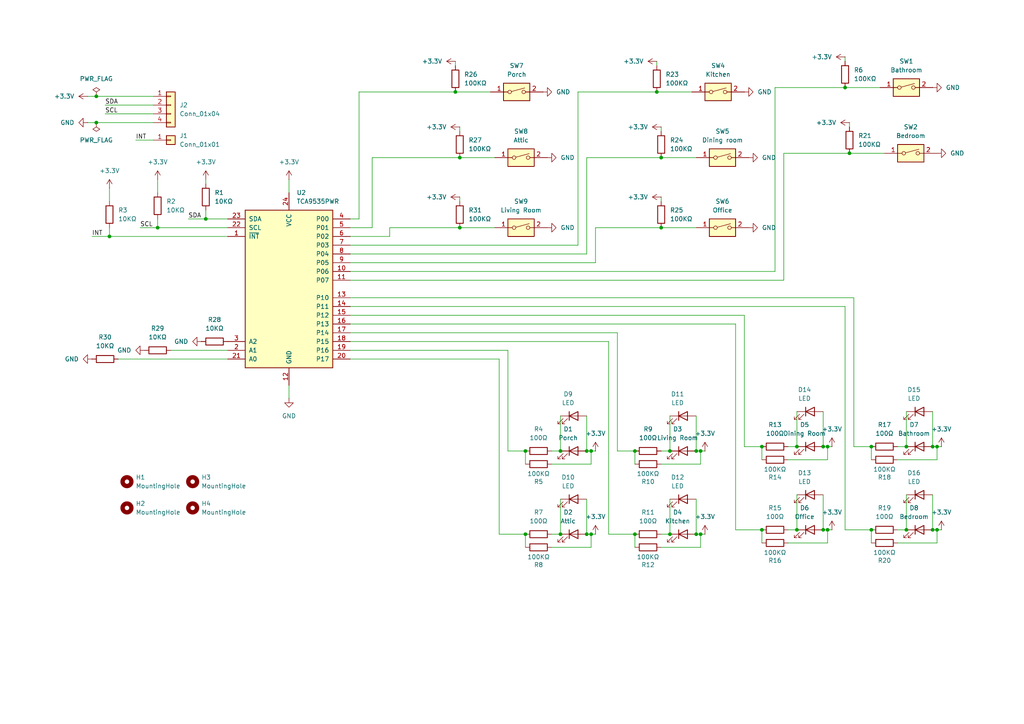
<source format=kicad_sch>
(kicad_sch (version 20231120) (generator "eeschema") (generator_version "8.0")
  (paper "A4")
  (lib_symbols
    (symbol "Connector_Generic:Conn_01x01" (pin_names (offset 1.016) hide)
      (property "Reference" "J" (at 0 2.54 0))
      (property "Value" "Conn_01x01" (at 0 -2.54 0))
      (symbol "Conn_01x01_1_1"
        (rectangle (start -1.27 0.127) (end 0 -0.127) (stroke (width 0.1524)))
        (rectangle (start -1.27 1.27) (end 1.27 -1.27) (stroke (width 0.254)) (fill (type background)))
        (pin passive line (at -5.08 0 0) (length 3.81) (name "Pin_1") (number "1"))
      )
    )
    (symbol "Connector_Generic:Conn_01x04" (pin_names (offset 1.016) hide)
      (property "Reference" "J" (at 0 5.08 0))
      (property "Value" "Conn_01x04" (at 0 -7.62 0))
      (symbol "Conn_01x04_1_1"
        (rectangle (start -1.27 -4.953) (end 0 -5.207) (stroke (width 0.1524)))
        (rectangle (start -1.27 -2.413) (end 0 -2.667) (stroke (width 0.1524)))
        (rectangle (start -1.27 0.127) (end 0 -0.127) (stroke (width 0.1524)))
        (rectangle (start -1.27 2.667) (end 0 2.413) (stroke (width 0.1524)))
        (rectangle (start -1.27 3.81) (end 1.27 -6.35) (stroke (width 0.254)) (fill (type background)))
        (pin passive line (at -5.08 2.54 0) (length 3.81) (name "Pin_1") (number "1"))
        (pin passive line (at -5.08 0 0) (length 3.81) (name "Pin_2") (number "2"))
        (pin passive line (at -5.08 -2.54 0) (length 3.81) (name "Pin_3") (number "3"))
        (pin passive line (at -5.08 -5.08 0) (length 3.81) (name "Pin_4") (number "4"))
      )
    )
    (symbol "Device:LED" (pin_numbers hide) (pin_names (offset 1.016) hide)
      (property "Reference" "D" (at 0 2.54 0))
      (property "Value" "LED" (at 0 -2.54 0))
      (symbol "LED_0_1"
        (polyline (pts (xy -1.27 -1.27) (xy -1.27 1.27)) (stroke (width 0.254)))
        (polyline (pts (xy -1.27 0) (xy 1.27 0)))
        (polyline (pts (xy 1.27 -1.27) (xy 1.27 1.27) (xy -1.27 0) (xy 1.27 -1.27)) (stroke (width 0.254)))
        (polyline (pts (xy -3.048 -0.762) (xy -4.572 -2.286) (xy -3.81 -2.286) (xy -4.572 -2.286) (xy -4.572 -1.524)))
        (polyline (pts (xy -1.778 -0.762) (xy -3.302 -2.286) (xy -2.54 -2.286) (xy -3.302 -2.286) (xy -3.302 -1.524)))
      )
      (symbol "LED_1_1"
        (pin passive line (at -3.81 0 0) (length 2.54) (name "K") (number "1"))
        (pin passive line (at 3.81 0 180) (length 2.54) (name "A") (number "2"))
      )
    )
    (symbol "Device:R" (pin_numbers hide) (pin_names (offset 0))
      (property "Reference" "R" (at 2.032 0 90))
      (property "Value" "R" (at 0 0 90))
      (symbol "R_0_1"
        (rectangle (start -1.016 -2.54) (end 1.016 2.54) (stroke (width 0.254)))
      )
      (symbol "R_1_1"
        (pin passive line (at 0 3.81 270) (length 1.27) (name "~") (number "1"))
        (pin passive line (at 0 -3.81 90) (length 1.27) (name "~") (number "2"))
      )
    )
    (symbol "Interface_Expansion:TCA9535PWR" (pin_names (offset 1.016))
      (property "Reference" "U" (at -11.43 24.13 0))
      (property "Value" "TCA9535PWR" (at 0 0 0))
      (symbol "TCA9535PWR_0_1"
        (rectangle (start -12.7 22.86) (end 12.7 -22.86) (stroke (width 0.254)) (fill (type background)))
      )
      (symbol "TCA9535PWR_1_1"
        (pin open_collector line (at -17.78 15.24 0) (length 5.08) (name "~{INT}") (number "1"))
        (pin bidirectional line (at 17.78 5.08 180) (length 5.08) (name "P06") (number "10"))
        (pin bidirectional line (at 17.78 2.54 180) (length 5.08) (name "P07") (number "11"))
        (pin power_in line (at 0 -27.94 90) (length 5.08) (name "GND") (number "12"))
        (pin bidirectional line (at 17.78 -2.54 180) (length 5.08) (name "P10") (number "13"))
        (pin bidirectional line (at 17.78 -5.08 180) (length 5.08) (name "P11") (number "14"))
        (pin bidirectional line (at 17.78 -7.62 180) (length 5.08) (name "P12") (number "15"))
        (pin bidirectional line (at 17.78 -10.16 180) (length 5.08) (name "P13") (number "16"))
        (pin bidirectional line (at 17.78 -12.7 180) (length 5.08) (name "P14") (number "17"))
        (pin bidirectional line (at 17.78 -15.24 180) (length 5.08) (name "P15") (number "18"))
        (pin bidirectional line (at 17.78 -17.78 180) (length 5.08) (name "P16") (number "19"))
        (pin input line (at -17.78 -17.78 0) (length 5.08) (name "A1") (number "2"))
        (pin bidirectional line (at 17.78 -20.32 180) (length 5.08) (name "P17") (number "20"))
        (pin input line (at -17.78 -20.32 0) (length 5.08) (name "A0") (number "21"))
        (pin input line (at -17.78 17.78 0) (length 5.08) (name "SCL") (number "22"))
        (pin bidirectional line (at -17.78 20.32 0) (length 5.08) (name "SDA") (number "23"))
        (pin power_in line (at 0 27.94 270) (length 5.08) (name "VCC") (number "24"))
        (pin input line (at -17.78 -15.24 0) (length 5.08) (name "A2") (number "3"))
        (pin bidirectional line (at 17.78 20.32 180) (length 5.08) (name "P00") (number "4"))
        (pin bidirectional line (at 17.78 17.78 180) (length 5.08) (name "P01") (number "5"))
        (pin bidirectional line (at 17.78 15.24 180) (length 5.08) (name "P02") (number "6"))
        (pin bidirectional line (at 17.78 12.7 180) (length 5.08) (name "P03") (number "7"))
        (pin bidirectional line (at 17.78 10.16 180) (length 5.08) (name "P04") (number "8"))
        (pin bidirectional line (at 17.78 7.62 180) (length 5.08) (name "P05") (number "9"))
      )
    )
    (symbol "Mechanical:MountingHole" (pin_names (offset 1.016)) (exclude_from_sim yes) (in_bom no)
      (property "Reference" "H" (at 0 5.08 0))
      (property "Value" "MountingHole" (at 0 3.175 0))
      (symbol "MountingHole_0_1"
        (circle (center 0 0) (radius 1.27) (stroke (width 1.27)))
      )
    )
    (symbol "Switch:SW_DIP_x01" (pin_names (offset 0) hide)
      (property "Reference" "SW" (at 0 3.81 0))
      (property "Value" "SW_DIP_x01" (at 0 -3.81 0))
      (symbol "SW_DIP_x01_0_0"
        (circle (center -2.032 0) (radius 0.508))
        (polyline (pts (xy -1.524 0.127) (xy 2.3622 1.1684)))
        (circle (center 2.032 0) (radius 0.508))
      )
      (symbol "SW_DIP_x01_0_1"
        (rectangle (start -3.81 2.54) (end 3.81 -2.54) (stroke (width 0.254)) (fill (type background)))
      )
      (symbol "SW_DIP_x01_1_1"
        (pin passive line (at -7.62 0 0) (length 5.08) (name "~") (number "1"))
        (pin passive line (at 7.62 0 180) (length 5.08) (name "~") (number "2"))
      )
    )
    (symbol "power:+3.3V" (power) (pin_numbers hide) (pin_names (offset 0) hide)
      (property "Value" "+3.3V" (at 0 3.556 0))
      (symbol "+3.3V_0_1"
        (polyline (pts (xy -0.762 1.27) (xy 0 2.54)))
        (polyline (pts (xy 0 0) (xy 0 2.54)))
        (polyline (pts (xy 0 2.54) (xy 0.762 1.27)))
      )
      (symbol "+3.3V_1_1"
        (pin power_in line (at 0 0 90) (length 0) (name "~") (number "1"))
      )
    )
    (symbol "power:GND" (power) (pin_numbers hide) (pin_names (offset 0) hide)
      (property "Value" "GND" (at 0 -3.81 0))
      (symbol "GND_0_1"
        (polyline (pts (xy 0 0) (xy 0 -1.27) (xy 1.27 -1.27) (xy 0 -2.54) (xy -1.27 -1.27) (xy 0 -1.27)))
      )
      (symbol "GND_1_1"
        (pin power_in line (at 0 0 270) (length 0) (name "~") (number "1"))
      )
    )
    (symbol "power:PWR_FLAG" (power) (pin_numbers hide) (pin_names (offset 0) hide)
      (property "Value" "PWR_FLAG" (at 0 3.81 0))
      (symbol "PWR_FLAG_0_0"
        (pin power_out line (at 0 0 90) (length 0) (name "~") (number "1"))
      )
      (symbol "PWR_FLAG_0_1"
        (polyline (pts (xy 0 0) (xy 0 1.27) (xy -1.016 1.905) (xy 0 2.54) (xy 1.016 1.905) (xy 0 1.27)))
      )
    )
  )
  (junction (at 194.31 154.94))
  (junction (at 201.93 130.81))
  (junction (at 252.73 153.67))
  (junction (at 238.76 129.54))
  (junction (at 133.35 45.72))
  (junction (at 201.93 154.94))
  (junction (at 270.51 129.54))
  (junction (at 220.98 129.54))
  (junction (at 171.45 154.94))
  (junction (at 191.77 45.72))
  (junction (at 162.56 130.81))
  (junction (at 270.51 153.67))
  (junction (at 132.08 26.67))
  (junction (at 27.94 27.94))
  (junction (at 245.11 25.4))
  (junction (at 220.98 153.67))
  (junction (at 231.14 129.54))
  (junction (at 203.2 130.81))
  (junction (at 162.56 154.94))
  (junction (at 184.15 130.81))
  (junction (at 271.78 129.54))
  (junction (at 171.45 130.81))
  (junction (at 133.35 66.04))
  (junction (at 170.18 154.94))
  (junction (at 27.94 35.56))
  (junction (at 59.69 63.5))
  (junction (at 191.77 66.04))
  (junction (at 170.18 130.81))
  (junction (at 240.03 129.54))
  (junction (at 271.78 153.67))
  (junction (at 45.72 66.04))
  (junction (at 152.4 130.81))
  (junction (at 262.89 153.67))
  (junction (at 184.15 154.94))
  (junction (at 31.75 68.58))
  (junction (at 246.38 44.45))
  (junction (at 203.2 154.94))
  (junction (at 252.73 129.54))
  (junction (at 238.76 153.67))
  (junction (at 231.14 153.67))
  (junction (at 240.03 153.67))
  (junction (at 194.31 130.81))
  (junction (at 152.4 154.94))
  (junction (at 190.5 26.67))
  (junction (at 262.89 129.54))
  (wire (pts (xy 132.08 17.78) (xy 132.08 19.05)))
  (wire (pts (xy 190.5 17.78) (xy 190.5 19.05)))
  (wire (pts (xy 59.69 52.07) (xy 59.69 53.34)))
  (wire (pts (xy 260.35 129.54) (xy 262.89 129.54)))
  (wire (pts (xy 101.6 76.2) (xy 172.72 76.2)))
  (wire (pts (xy 133.35 36.83) (xy 133.35 38.1)))
  (wire (pts (xy 144.78 104.14) (xy 144.78 154.94)))
  (wire (pts (xy 191.77 45.72) (xy 201.93 45.72)))
  (wire (pts (xy 172.72 66.04) (xy 191.77 66.04)))
  (wire (pts (xy 262.89 119.38) (xy 262.89 129.54)))
  (wire (pts (xy 152.4 130.81) (xy 147.32 130.81)))
  (wire (pts (xy 167.64 71.12) (xy 167.64 26.67)))
  (wire (pts (xy 113.03 66.04) (xy 133.35 66.04)))
  (wire (pts (xy 101.6 104.14) (xy 144.78 104.14)))
  (wire (pts (xy 184.15 130.81) (xy 179.07 130.81)))
  (wire (pts (xy 184.15 154.94) (xy 184.15 158.75)))
  (wire (pts (xy 171.45 154.94) (xy 170.18 154.94)))
  (wire (pts (xy 252.73 129.54) (xy 252.73 133.35)))
  (wire (pts (xy 191.77 154.94) (xy 194.31 154.94)))
  (wire (pts (xy 241.3 153.67) (xy 240.03 153.67)))
  (wire (pts (xy 30.48 33.02) (xy 44.45 33.02)))
  (wire (pts (xy 45.72 63.5) (xy 45.72 66.04)))
  (wire (pts (xy 252.73 153.67) (xy 252.73 157.48)))
  (wire (pts (xy 203.2 154.94) (xy 203.2 158.75)))
  (wire (pts (xy 170.18 144.78) (xy 170.18 154.94)))
  (wire (pts (xy 245.11 153.67) (xy 252.73 153.67)))
  (wire (pts (xy 271.78 153.67) (xy 271.78 157.48)))
  (wire (pts (xy 203.2 154.94) (xy 201.93 154.94)))
  (wire (pts (xy 246.38 35.56) (xy 246.38 36.83)))
  (wire (pts (xy 171.45 158.75) (xy 160.02 158.75)))
  (wire (pts (xy 240.03 157.48) (xy 228.6 157.48)))
  (wire (pts (xy 271.78 157.48) (xy 260.35 157.48)))
  (wire (pts (xy 101.6 91.44) (xy 215.9 91.44)))
  (wire (pts (xy 107.95 66.04) (xy 107.95 45.72)))
  (wire (pts (xy 171.45 130.81) (xy 171.45 134.62)))
  (wire (pts (xy 238.76 119.38) (xy 238.76 129.54)))
  (wire (pts (xy 190.5 26.67) (xy 200.66 26.67)))
  (wire (pts (xy 133.35 66.04) (xy 143.51 66.04)))
  (wire (pts (xy 224.79 25.4) (xy 245.11 25.4)))
  (wire (pts (xy 271.78 129.54) (xy 271.78 133.35)))
  (wire (pts (xy 240.03 129.54) (xy 238.76 129.54)))
  (wire (pts (xy 25.4 35.56) (xy 27.94 35.56)))
  (wire (pts (xy 227.33 81.28) (xy 227.33 44.45)))
  (wire (pts (xy 160.02 130.81) (xy 162.56 130.81)))
  (wire (pts (xy 101.6 81.28) (xy 227.33 81.28)))
  (wire (pts (xy 171.45 134.62) (xy 160.02 134.62)))
  (wire (pts (xy 247.65 86.36) (xy 247.65 129.54)))
  (wire (pts (xy 231.14 143.51) (xy 231.14 153.67)))
  (wire (pts (xy 45.72 66.04) (xy 66.04 66.04)))
  (wire (pts (xy 162.56 120.65) (xy 162.56 130.81)))
  (wire (pts (xy 172.72 154.94) (xy 171.45 154.94)))
  (wire (pts (xy 172.72 130.81) (xy 171.45 130.81)))
  (wire (pts (xy 224.79 78.74) (xy 224.79 25.4)))
  (wire (pts (xy 245.11 25.4) (xy 255.27 25.4)))
  (wire (pts (xy 132.08 26.67) (xy 142.24 26.67)))
  (wire (pts (xy 201.93 144.78) (xy 201.93 154.94)))
  (wire (pts (xy 39.37 40.64) (xy 44.45 40.64)))
  (wire (pts (xy 40.64 66.04) (xy 45.72 66.04)))
  (wire (pts (xy 203.2 158.75) (xy 191.77 158.75)))
  (wire (pts (xy 176.53 154.94) (xy 184.15 154.94)))
  (wire (pts (xy 25.4 27.94) (xy 27.94 27.94)))
  (wire (pts (xy 238.76 143.51) (xy 238.76 153.67)))
  (wire (pts (xy 49.53 101.6) (xy 66.04 101.6)))
  (wire (pts (xy 170.18 73.66) (xy 170.18 45.72)))
  (wire (pts (xy 101.6 93.98) (xy 213.36 93.98)))
  (wire (pts (xy 101.6 86.36) (xy 247.65 86.36)))
  (wire (pts (xy 194.31 120.65) (xy 194.31 130.81)))
  (wire (pts (xy 245.11 88.9) (xy 245.11 153.67)))
  (wire (pts (xy 147.32 101.6) (xy 147.32 130.81)))
  (wire (pts (xy 203.2 130.81) (xy 203.2 134.62)))
  (wire (pts (xy 240.03 129.54) (xy 240.03 133.35)))
  (wire (pts (xy 231.14 119.38) (xy 231.14 129.54)))
  (wire (pts (xy 228.6 129.54) (xy 231.14 129.54)))
  (wire (pts (xy 31.75 66.04) (xy 31.75 68.58)))
  (wire (pts (xy 31.75 54.61) (xy 31.75 58.42)))
  (wire (pts (xy 45.72 52.07) (xy 45.72 55.88)))
  (wire (pts (xy 170.18 120.65) (xy 170.18 130.81)))
  (wire (pts (xy 245.11 16.51) (xy 245.11 17.78)))
  (wire (pts (xy 227.33 44.45) (xy 246.38 44.45)))
  (wire (pts (xy 30.48 30.48) (xy 44.45 30.48)))
  (wire (pts (xy 152.4 154.94) (xy 152.4 158.75)))
  (wire (pts (xy 83.82 115.57) (xy 83.82 111.76)))
  (wire (pts (xy 220.98 129.54) (xy 215.9 129.54)))
  (wire (pts (xy 213.36 93.98) (xy 213.36 153.67)))
  (wire (pts (xy 184.15 130.81) (xy 184.15 134.62)))
  (wire (pts (xy 160.02 154.94) (xy 162.56 154.94)))
  (wire (pts (xy 59.69 63.5) (xy 66.04 63.5)))
  (wire (pts (xy 246.38 44.45) (xy 256.54 44.45)))
  (wire (pts (xy 101.6 78.74) (xy 224.79 78.74)))
  (wire (pts (xy 101.6 68.58) (xy 113.03 68.58)))
  (wire (pts (xy 271.78 133.35) (xy 260.35 133.35)))
  (wire (pts (xy 262.89 143.51) (xy 262.89 153.67)))
  (wire (pts (xy 101.6 101.6) (xy 147.32 101.6)))
  (wire (pts (xy 273.05 153.67) (xy 271.78 153.67)))
  (wire (pts (xy 220.98 153.67) (xy 220.98 157.48)))
  (wire (pts (xy 228.6 153.67) (xy 231.14 153.67)))
  (wire (pts (xy 162.56 144.78) (xy 162.56 154.94)))
  (wire (pts (xy 270.51 119.38) (xy 270.51 129.54)))
  (wire (pts (xy 26.67 68.58) (xy 31.75 68.58)))
  (wire (pts (xy 191.77 36.83) (xy 191.77 38.1)))
  (wire (pts (xy 260.35 153.67) (xy 262.89 153.67)))
  (wire (pts (xy 107.95 45.72) (xy 133.35 45.72)))
  (wire (pts (xy 170.18 45.72) (xy 191.77 45.72)))
  (wire (pts (xy 152.4 130.81) (xy 152.4 134.62)))
  (wire (pts (xy 101.6 71.12) (xy 167.64 71.12)))
  (wire (pts (xy 252.73 129.54) (xy 247.65 129.54)))
  (wire (pts (xy 220.98 129.54) (xy 220.98 133.35)))
  (wire (pts (xy 191.77 130.81) (xy 194.31 130.81)))
  (wire (pts (xy 167.64 26.67) (xy 190.5 26.67)))
  (wire (pts (xy 104.14 63.5) (xy 104.14 26.67)))
  (wire (pts (xy 204.47 130.81) (xy 203.2 130.81)))
  (wire (pts (xy 144.78 154.94) (xy 152.4 154.94)))
  (wire (pts (xy 213.36 153.67) (xy 220.98 153.67)))
  (wire (pts (xy 31.75 68.58) (xy 66.04 68.58)))
  (wire (pts (xy 203.2 130.81) (xy 201.93 130.81)))
  (wire (pts (xy 273.05 129.54) (xy 271.78 129.54)))
  (wire (pts (xy 171.45 154.94) (xy 171.45 158.75)))
  (wire (pts (xy 101.6 99.06) (xy 176.53 99.06)))
  (wire (pts (xy 101.6 96.52) (xy 179.07 96.52)))
  (wire (pts (xy 271.78 129.54) (xy 270.51 129.54)))
  (wire (pts (xy 34.29 104.14) (xy 66.04 104.14)))
  (wire (pts (xy 240.03 153.67) (xy 238.76 153.67)))
  (wire (pts (xy 27.94 27.94) (xy 44.45 27.94)))
  (wire (pts (xy 179.07 96.52) (xy 179.07 130.81)))
  (wire (pts (xy 203.2 134.62) (xy 191.77 134.62)))
  (wire (pts (xy 204.47 154.94) (xy 203.2 154.94)))
  (wire (pts (xy 240.03 133.35) (xy 228.6 133.35)))
  (wire (pts (xy 171.45 130.81) (xy 170.18 130.81)))
  (wire (pts (xy 104.14 26.67) (xy 132.08 26.67)))
  (wire (pts (xy 191.77 66.04) (xy 201.93 66.04)))
  (wire (pts (xy 54.61 63.5) (xy 59.69 63.5)))
  (wire (pts (xy 191.77 57.15) (xy 191.77 58.42)))
  (wire (pts (xy 240.03 153.67) (xy 240.03 157.48)))
  (wire (pts (xy 83.82 52.07) (xy 83.82 55.88)))
  (wire (pts (xy 101.6 88.9) (xy 245.11 88.9)))
  (wire (pts (xy 133.35 57.15) (xy 133.35 58.42)))
  (wire (pts (xy 133.35 45.72) (xy 143.51 45.72)))
  (wire (pts (xy 215.9 91.44) (xy 215.9 129.54)))
  (wire (pts (xy 113.03 68.58) (xy 113.03 66.04)))
  (wire (pts (xy 270.51 143.51) (xy 270.51 153.67)))
  (wire (pts (xy 101.6 73.66) (xy 170.18 73.66)))
  (wire (pts (xy 241.3 129.54) (xy 240.03 129.54)))
  (wire (pts (xy 172.72 76.2) (xy 172.72 66.04)))
  (wire (pts (xy 176.53 99.06) (xy 176.53 154.94)))
  (wire (pts (xy 194.31 144.78) (xy 194.31 154.94)))
  (wire (pts (xy 201.93 120.65) (xy 201.93 130.81)))
  (wire (pts (xy 101.6 63.5) (xy 104.14 63.5)))
  (wire (pts (xy 27.94 35.56) (xy 44.45 35.56)))
  (wire (pts (xy 101.6 66.04) (xy 107.95 66.04)))
  (wire (pts (xy 271.78 153.67) (xy 270.51 153.67)))
  (wire (pts (xy 59.69 60.96) (xy 59.69 63.5)))
  (label "SCL" (at 30.48 33.02 0))
  (label "INT" (at 26.67 68.58 0))
  (label "INT" (at 39.37 40.64 0))
  (label "SDA" (at 30.48 30.48 0))
  (label "SDA" (at 54.61 63.5 0))
  (label "SCL" (at 40.64 66.04 0))
  (symbol (lib_id "power:GND") (at 271.78 44.45 90) (unit 1)
    (property "Reference" "#PWR019" (effects (hide yes)))
    (property "Value" "GND" (at 275.59 44.4499 90) (effects (justify right)))
    (property "Description" "Power symbol creates a global label with name \"GND\" , ground" (effects (hide yes)))
  )
  (symbol (lib_id "Device:R") (at 224.79 129.54 90) (unit 1)
    (property "Reference" "R13" (at 224.79 123.19 90))
    (property "Value" "100Ω" (at 224.79 125.73 90))
    (property "Footprint" "Resistor_SMD:R_0805_2012Metric_Pad1.20x1.40mm_HandSolder" (effects (hide yes)))
    (property "Description" "Resistor" (effects (hide yes)))
  )
  (symbol (lib_id "Mechanical:MountingHole") (at 36.83 139.7 0) (unit 1) (exclude_from_sim yes) (in_bom no)
    (property "Reference" "H1" (at 39.37 138.4299 0) (effects (justify left)))
    (property "Value" "MountingHole" (at 39.37 140.9699 0) (effects (justify left)))
    (property "Footprint" "MountingHole:MountingHole_2.5mm" (effects (hide yes)))
    (property "Description" "Mounting Hole without connection" (effects (hide yes)))
  )
  (symbol (lib_id "Device:R") (at 224.79 133.35 90) (unit 1)
    (property "Reference" "R14" (at 224.79 138.43 90))
    (property "Value" "100KΩ" (at 224.79 136.144 90))
    (property "Footprint" "Resistor_SMD:R_0805_2012Metric_Pad1.20x1.40mm_HandSolder" (effects (hide yes)))
    (property "Description" "Resistor" (effects (hide yes)))
  )
  (symbol (lib_id "power:GND") (at 217.17 66.04 90) (unit 1)
    (property "Reference" "#PWR027" (effects (hide yes)))
    (property "Value" "GND" (at 220.98 66.0399 90) (effects (justify right)))
    (property "Description" "Power symbol creates a global label with name \"GND\" , ground" (effects (hide yes)))
  )
  (symbol (lib_id "power:+3.3V") (at 31.75 54.61 0) (unit 1)
    (property "Reference" "#PWR07" (effects (hide yes)))
    (property "Value" "+3.3V" (at 31.75 49.53 0))
    (property "Description" "Power symbol creates a global label with name \"+3.3V\"" (effects (hide yes)))
  )
  (symbol (lib_id "power:+3.3V") (at 241.3 129.54 0) (unit 1)
    (property "Reference" "#PWR014" (effects (hide yes)))
    (property "Value" "+3.3V" (at 241.3 124.46 0))
    (property "Description" "Power symbol creates a global label with name \"+3.3V\"" (effects (hide yes)))
  )
  (symbol (lib_id "Device:R") (at 245.11 21.59 0) (unit 1)
    (property "Reference" "R6" (at 247.65 20.3199 0) (effects (justify left)))
    (property "Value" "100KΩ" (at 247.65 22.8599 0) (effects (justify left)))
    (property "Footprint" "Resistor_SMD:R_0805_2012Metric_Pad1.20x1.40mm_HandSolder" (effects (hide yes)))
    (property "Description" "Resistor" (effects (hide yes)))
  )
  (symbol (lib_id "Device:LED") (at 234.95 143.51 0) (unit 1)
    (property "Reference" "D13" (at 233.3625 137.16 0))
    (property "Value" "LED" (at 233.3625 139.7 0))
    (property "Footprint" "LED_THT:LED_D3.0mm" (effects (hide yes)))
    (property "Description" "Light emitting diode" (effects (hide yes)))
  )
  (symbol (lib_id "power:GND") (at 270.51 25.4 90) (unit 1)
    (property "Reference" "#PWR010" (effects (hide yes)))
    (property "Value" "GND" (at 274.32 25.3999 90) (effects (justify right)))
    (property "Description" "Power symbol creates a global label with name \"GND\" , ground" (effects (hide yes)))
  )
  (symbol (lib_id "power:+3.3V") (at 172.72 154.94 0) (unit 1)
    (property "Reference" "#PWR011" (effects (hide yes)))
    (property "Value" "+3.3V" (at 172.72 149.86 0))
    (property "Description" "Power symbol creates a global label with name \"+3.3V\"" (effects (hide yes)))
  )
  (symbol (lib_id "Connector_Generic:Conn_01x04") (at 49.53 30.48 0) (unit 1)
    (property "Reference" "J2" (at 52.07 30.4799 0) (effects (justify left)))
    (property "Value" "Conn_01x04" (at 52.07 33.0199 0) (effects (justify left)))
    (property "Footprint" "Connector_PinSocket_2.54mm:PinSocket_1x04_P2.54mm_Vertical" (effects (hide yes)))
    (property "Description" "Generic connector, single row, 01x04, script generated (kicad-library-utils/schlib/autogen/connector/)" (effects (hide yes)))
  )
  (symbol (lib_id "Device:R") (at 187.96 158.75 90) (unit 1)
    (property "Reference" "R12" (at 187.96 163.83 90))
    (property "Value" "100KΩ" (at 187.96 161.544 90))
    (property "Footprint" "Resistor_SMD:R_0805_2012Metric_Pad1.20x1.40mm_HandSolder" (effects (hide yes)))
    (property "Description" "Resistor" (effects (hide yes)))
  )
  (symbol (lib_id "power:GND") (at 157.48 26.67 90) (unit 1)
    (property "Reference" "#PWR031" (effects (hide yes)))
    (property "Value" "GND" (at 161.29 26.6699 90) (effects (justify right)))
    (property "Description" "Power symbol creates a global label with name \"GND\" , ground" (effects (hide yes)))
  )
  (symbol (lib_id "power:+3.3V") (at 246.38 35.56 90) (unit 1)
    (property "Reference" "#PWR018" (effects (hide yes)))
    (property "Value" "+3.3V" (at 242.57 35.5599 90) (effects (justify left)))
    (property "Description" "Power symbol creates a global label with name \"+3.3V\"" (effects (hide yes)))
  )
  (symbol (lib_id "power:GND") (at 215.9 26.67 90) (unit 1)
    (property "Reference" "#PWR025" (effects (hide yes)))
    (property "Value" "GND" (at 219.71 26.6699 90) (effects (justify right)))
    (property "Description" "Power symbol creates a global label with name \"GND\" , ground" (effects (hide yes)))
  )
  (symbol (lib_id "power:+3.3V") (at 204.47 130.81 0) (unit 1)
    (property "Reference" "#PWR012" (effects (hide yes)))
    (property "Value" "+3.3V" (at 204.47 125.73 0))
    (property "Description" "Power symbol creates a global label with name \"+3.3V\"" (effects (hide yes)))
  )
  (symbol (lib_id "Device:R") (at 132.08 22.86 0) (unit 1)
    (property "Reference" "R26" (at 134.62 21.5899 0) (effects (justify left)))
    (property "Value" "100KΩ" (at 134.62 24.1299 0) (effects (justify left)))
    (property "Footprint" "Resistor_SMD:R_0805_2012Metric_Pad1.20x1.40mm_HandSolder" (effects (hide yes)))
    (property "Description" "Resistor" (effects (hide yes)))
  )
  (symbol (lib_id "Device:R") (at 156.21 158.75 90) (unit 1)
    (property "Reference" "R8" (at 156.21 163.83 90))
    (property "Value" "100KΩ" (at 156.21 161.544 90))
    (property "Footprint" "Resistor_SMD:R_0805_2012Metric_Pad1.20x1.40mm_HandSolder" (effects (hide yes)))
    (property "Description" "Resistor" (effects (hide yes)))
  )
  (symbol (lib_id "power:+3.3V") (at 273.05 129.54 0) (unit 1)
    (property "Reference" "#PWR016" (effects (hide yes)))
    (property "Value" "+3.3V" (at 273.05 124.46 0))
    (property "Description" "Power symbol creates a global label with name \"+3.3V\"" (effects (hide yes)))
  )
  (symbol (lib_id "Device:LED") (at 234.95 119.38 0) (unit 1)
    (property "Reference" "D14" (at 233.3625 113.03 0))
    (property "Value" "LED" (at 233.3625 115.57 0))
    (property "Footprint" "LED_THT:LED_D3.0mm" (effects (hide yes)))
    (property "Description" "Light emitting diode" (effects (hide yes)))
  )
  (symbol (lib_id "Device:R") (at 256.54 153.67 90) (unit 1)
    (property "Reference" "R19" (at 256.54 147.32 90))
    (property "Value" "100Ω" (at 256.54 149.86 90))
    (property "Footprint" "Resistor_SMD:R_0805_2012Metric_Pad1.20x1.40mm_HandSolder" (effects (hide yes)))
    (property "Description" "Resistor" (effects (hide yes)))
  )
  (symbol (lib_id "power:GND") (at 58.42 99.06 270) (unit 1)
    (property "Reference" "#PWR032" (effects (hide yes)))
    (property "Value" "GND" (at 54.61 99.0599 90) (effects (justify right)))
    (property "Description" "Power symbol creates a global label with name \"GND\" , ground" (effects (hide yes)))
  )
  (symbol (lib_id "power:GND") (at 158.75 66.04 90) (unit 1)
    (property "Reference" "#PWR036" (effects (hide yes)))
    (property "Value" "GND" (at 162.56 66.0399 90) (effects (justify right)))
    (property "Description" "Power symbol creates a global label with name \"GND\" , ground" (effects (hide yes)))
  )
  (symbol (lib_id "Device:LED") (at 198.12 144.78 0) (unit 1)
    (property "Reference" "D12" (at 196.5325 138.43 0))
    (property "Value" "LED" (at 196.5325 140.97 0))
    (property "Footprint" "LED_THT:LED_D3.0mm" (effects (hide yes)))
    (property "Description" "Light emitting diode" (effects (hide yes)))
  )
  (symbol (lib_id "Device:R") (at 45.72 59.69 0) (unit 1)
    (property "Reference" "R2" (at 48.26 58.4199 0) (effects (justify left)))
    (property "Value" "10KΩ" (at 48.26 60.9599 0) (effects (justify left)))
    (property "Footprint" "Resistor_SMD:R_0805_2012Metric_Pad1.20x1.40mm_HandSolder" (effects (hide yes)))
    (property "Description" "Resistor" (effects (hide yes)))
  )
  (symbol (lib_id "Device:R") (at 133.35 41.91 0) (unit 1)
    (property "Reference" "R27" (at 135.89 40.6399 0) (effects (justify left)))
    (property "Value" "100KΩ" (at 135.89 43.1799 0) (effects (justify left)))
    (property "Footprint" "Resistor_SMD:R_0805_2012Metric_Pad1.20x1.40mm_HandSolder" (effects (hide yes)))
    (property "Description" "Resistor" (effects (hide yes)))
  )
  (symbol (lib_id "Device:LED") (at 198.12 130.81 0) (unit 1)
    (property "Reference" "D3" (at 196.5325 124.46 0))
    (property "Value" "Living Room" (at 196.5325 127 0))
    (property "Footprint" "LED_SMD:LED_0805_2012Metric_Pad1.15x1.40mm_HandSolder" (effects (hide yes)))
    (property "Description" "Light emitting diode" (effects (hide yes)))
  )
  (symbol (lib_id "Device:R") (at 191.77 62.23 0) (unit 1)
    (property "Reference" "R25" (at 194.31 60.9599 0) (effects (justify left)))
    (property "Value" "100KΩ" (at 194.31 63.4999 0) (effects (justify left)))
    (property "Footprint" "Resistor_SMD:R_0805_2012Metric_Pad1.20x1.40mm_HandSolder" (effects (hide yes)))
    (property "Description" "Resistor" (effects (hide yes)))
  )
  (symbol (lib_id "Switch:SW_DIP_x01") (at 264.16 44.45 0) (unit 1)
    (property "Reference" "SW2" (at 264.16 36.83 0))
    (property "Value" "Bedroom" (at 264.16 39.37 0))
    (property "Footprint" "Button_Switch_THT:SW_DIP_SPSTx01_Slide_9.78x4.72mm_W7.62mm_P2.54mm" (effects (hide yes)))
    (property "Description" "1x DIP Switch, Single Pole Single Throw (SPST) switch, small symbol" (effects (hide yes)))
  )
  (symbol (lib_id "Device:R") (at 191.77 41.91 0) (unit 1)
    (property "Reference" "R24" (at 194.31 40.6399 0) (effects (justify left)))
    (property "Value" "100KΩ" (at 194.31 43.1799 0) (effects (justify left)))
    (property "Footprint" "Resistor_SMD:R_0805_2012Metric_Pad1.20x1.40mm_HandSolder" (effects (hide yes)))
    (property "Description" "Resistor" (effects (hide yes)))
  )
  (symbol (lib_id "power:+3.3V") (at 45.72 52.07 0) (unit 1)
    (property "Reference" "#PWR06" (effects (hide yes)))
    (property "Value" "+3.3V" (at 45.72 46.99 0))
    (property "Description" "Power symbol creates a global label with name \"+3.3V\"" (effects (hide yes)))
  )
  (symbol (lib_id "Switch:SW_DIP_x01") (at 149.86 26.67 0) (unit 1)
    (property "Reference" "SW7" (at 149.86 19.05 0))
    (property "Value" "Porch" (at 149.86 21.59 0))
    (property "Footprint" "Button_Switch_THT:SW_DIP_SPSTx01_Slide_9.78x4.72mm_W7.62mm_P2.54mm" (effects (hide yes)))
    (property "Description" "1x DIP Switch, Single Pole Single Throw (SPST) switch, small symbol" (effects (hide yes)))
  )
  (symbol (lib_id "Device:LED") (at 266.7 129.54 0) (unit 1)
    (property "Reference" "D7" (at 265.1125 123.19 0))
    (property "Value" "Bathroom" (at 265.1125 125.73 0))
    (property "Footprint" "LED_SMD:LED_0805_2012Metric_Pad1.15x1.40mm_HandSolder" (effects (hide yes)))
    (property "Description" "Light emitting diode" (effects (hide yes)))
  )
  (symbol (lib_id "power:GND") (at 26.67 104.14 270) (unit 1)
    (property "Reference" "#PWR034" (effects (hide yes)))
    (property "Value" "GND" (at 22.86 104.1399 90) (effects (justify right)))
    (property "Description" "Power symbol creates a global label with name \"GND\" , ground" (effects (hide yes)))
  )
  (symbol (lib_id "Device:R") (at 30.48 104.14 90) (unit 1)
    (property "Reference" "R30" (at 30.48 97.79 90))
    (property "Value" "10KΩ" (at 30.48 100.33 90))
    (property "Footprint" "Resistor_SMD:R_0805_2012Metric_Pad1.20x1.40mm_HandSolder" (effects (hide yes)))
    (property "Description" "Resistor" (effects (hide yes)))
  )
  (symbol (lib_id "Device:LED") (at 166.37 120.65 0) (unit 1)
    (property "Reference" "D9" (at 164.7825 114.3 0))
    (property "Value" "LED" (at 164.7825 116.84 0))
    (property "Footprint" "LED_THT:LED_D3.0mm" (effects (hide yes)))
    (property "Description" "Light emitting diode" (effects (hide yes)))
  )
  (symbol (lib_id "power:+3.3V") (at 133.35 36.83 90) (unit 1)
    (property "Reference" "#PWR029" (effects (hide yes)))
    (property "Value" "+3.3V" (at 129.54 36.8299 90) (effects (justify left)))
    (property "Description" "Power symbol creates a global label with name \"+3.3V\"" (effects (hide yes)))
  )
  (symbol (lib_id "Switch:SW_DIP_x01") (at 209.55 66.04 0) (unit 1)
    (property "Reference" "SW6" (at 209.55 58.42 0))
    (property "Value" "Office" (at 209.55 60.96 0))
    (property "Footprint" "Button_Switch_THT:SW_DIP_SPSTx01_Slide_9.78x4.72mm_W7.62mm_P2.54mm" (effects (hide yes)))
    (property "Description" "1x DIP Switch, Single Pole Single Throw (SPST) switch, small symbol" (effects (hide yes)))
  )
  (symbol (lib_id "Device:R") (at 256.54 157.48 90) (unit 1)
    (property "Reference" "R20" (at 256.54 162.56 90))
    (property "Value" "100KΩ" (at 256.54 160.274 90))
    (property "Footprint" "Resistor_SMD:R_0805_2012Metric_Pad1.20x1.40mm_HandSolder" (effects (hide yes)))
    (property "Description" "Resistor" (effects (hide yes)))
  )
  (symbol (lib_id "Switch:SW_DIP_x01") (at 151.13 66.04 0) (unit 1)
    (property "Reference" "SW9" (at 151.13 58.42 0))
    (property "Value" "Living Room" (at 151.13 60.96 0))
    (property "Footprint" "Button_Switch_THT:SW_DIP_SPSTx01_Slide_9.78x4.72mm_W7.62mm_P2.54mm" (effects (hide yes)))
    (property "Description" "1x DIP Switch, Single Pole Single Throw (SPST) switch, small symbol" (effects (hide yes)))
  )
  (symbol (lib_id "power:PWR_FLAG") (at 27.94 35.56 180) (unit 1)
    (property "Reference" "#FLG01" (effects (hide yes)))
    (property "Value" "PWR_FLAG" (at 27.94 40.64 0))
    (property "Description" "Special symbol for telling ERC where power comes from" (effects (hide yes)))
  )
  (symbol (lib_id "Device:LED") (at 234.95 129.54 0) (unit 1)
    (property "Reference" "D5" (at 233.3625 123.19 0))
    (property "Value" "Dining Room" (at 233.3625 125.73 0))
    (property "Footprint" "LED_SMD:LED_0805_2012Metric_Pad1.15x1.40mm_HandSolder" (effects (hide yes)))
    (property "Description" "Light emitting diode" (effects (hide yes)))
  )
  (symbol (lib_id "Device:LED") (at 166.37 144.78 0) (unit 1)
    (property "Reference" "D10" (at 164.7825 138.43 0))
    (property "Value" "LED" (at 164.7825 140.97 0))
    (property "Footprint" "LED_THT:LED_D3.0mm" (effects (hide yes)))
    (property "Description" "Light emitting diode" (effects (hide yes)))
  )
  (symbol (lib_id "Connector_Generic:Conn_01x01") (at 49.53 40.64 0) (unit 1)
    (property "Reference" "J1" (at 52.07 39.3699 0) (effects (justify left)))
    (property "Value" "Conn_01x01" (at 52.07 41.9099 0) (effects (justify left)))
    (property "Footprint" "Connector_PinSocket_2.54mm:PinSocket_1x01_P2.54mm_Vertical" (effects (hide yes)))
    (property "Description" "Generic connector, single row, 01x01, script generated (kicad-library-utils/schlib/autogen/connector/)" (effects (hide yes)))
  )
  (symbol (lib_id "Device:R") (at 156.21 154.94 90) (unit 1)
    (property "Reference" "R7" (at 156.21 148.59 90))
    (property "Value" "100Ω" (at 156.21 151.13 90))
    (property "Footprint" "Resistor_SMD:R_0805_2012Metric_Pad1.20x1.40mm_HandSolder" (effects (hide yes)))
    (property "Description" "Resistor" (effects (hide yes)))
  )
  (symbol (lib_id "power:+3.3V") (at 204.47 154.94 0) (unit 1)
    (property "Reference" "#PWR013" (effects (hide yes)))
    (property "Value" "+3.3V" (at 204.47 149.86 0))
    (property "Description" "Power symbol creates a global label with name \"+3.3V\"" (effects (hide yes)))
  )
  (symbol (lib_id "Mechanical:MountingHole") (at 36.83 147.32 0) (unit 1) (exclude_from_sim yes) (in_bom no)
    (property "Reference" "H2" (at 39.37 146.0499 0) (effects (justify left)))
    (property "Value" "MountingHole" (at 39.37 148.5899 0) (effects (justify left)))
    (property "Footprint" "MountingHole:MountingHole_2.5mm" (effects (hide yes)))
    (property "Description" "Mounting Hole without connection" (effects (hide yes)))
  )
  (symbol (lib_id "Switch:SW_DIP_x01") (at 209.55 45.72 0) (unit 1)
    (property "Reference" "SW5" (at 209.55 38.1 0))
    (property "Value" "Dining room" (at 209.55 40.64 0))
    (property "Footprint" "Button_Switch_THT:SW_DIP_SPSTx01_Slide_9.78x4.72mm_W7.62mm_P2.54mm" (effects (hide yes)))
    (property "Description" "1x DIP Switch, Single Pole Single Throw (SPST) switch, small symbol" (effects (hide yes)))
  )
  (symbol (lib_id "Device:R") (at 45.72 101.6 90) (unit 1)
    (property "Reference" "R29" (at 45.72 95.25 90))
    (property "Value" "10KΩ" (at 45.72 97.79 90))
    (property "Footprint" "Resistor_SMD:R_0805_2012Metric_Pad1.20x1.40mm_HandSolder" (effects (hide yes)))
    (property "Description" "Resistor" (effects (hide yes)))
  )
  (symbol (lib_id "Device:R") (at 190.5 22.86 0) (unit 1)
    (property "Reference" "R23" (at 193.04 21.5899 0) (effects (justify left)))
    (property "Value" "100KΩ" (at 193.04 24.1299 0) (effects (justify left)))
    (property "Footprint" "Resistor_SMD:R_0805_2012Metric_Pad1.20x1.40mm_HandSolder" (effects (hide yes)))
    (property "Description" "Resistor" (effects (hide yes)))
  )
  (symbol (lib_id "Device:R") (at 187.96 130.81 90) (unit 1)
    (property "Reference" "R9" (at 187.96 124.46 90))
    (property "Value" "100Ω" (at 187.96 127 90))
    (property "Footprint" "Resistor_SMD:R_0805_2012Metric_Pad1.20x1.40mm_HandSolder" (effects (hide yes)))
    (property "Description" "Resistor" (effects (hide yes)))
  )
  (symbol (lib_id "power:+3.3V") (at 132.08 17.78 90) (unit 1)
    (property "Reference" "#PWR028" (effects (hide yes)))
    (property "Value" "+3.3V" (at 128.27 17.7799 90) (effects (justify left)))
    (property "Description" "Power symbol creates a global label with name \"+3.3V\"" (effects (hide yes)))
  )
  (symbol (lib_id "power:PWR_FLAG") (at 27.94 27.94 0) (unit 1)
    (property "Reference" "#FLG02" (effects (hide yes)))
    (property "Value" "PWR_FLAG" (at 27.94 22.86 0))
    (property "Description" "Special symbol for telling ERC where power comes from" (effects (hide yes)))
  )
  (symbol (lib_id "power:+3.3V") (at 25.4 27.94 90) (unit 1)
    (property "Reference" "#PWR01" (effects (hide yes)))
    (property "Value" "+3.3V" (at 21.59 27.9399 90) (effects (justify left)))
    (property "Description" "Power symbol creates a global label with name \"+3.3V\"" (effects (hide yes)))
  )
  (symbol (lib_id "power:GND") (at 217.17 45.72 90) (unit 1)
    (property "Reference" "#PWR026" (effects (hide yes)))
    (property "Value" "GND" (at 220.98 45.7199 90) (effects (justify right)))
    (property "Description" "Power symbol creates a global label with name \"GND\" , ground" (effects (hide yes)))
  )
  (symbol (lib_id "Device:R") (at 31.75 62.23 0) (unit 1)
    (property "Reference" "R3" (at 34.29 60.9599 0) (effects (justify left)))
    (property "Value" "10KΩ" (at 34.29 63.4999 0) (effects (justify left)))
    (property "Footprint" "Resistor_SMD:R_0805_2012Metric_Pad1.20x1.40mm_HandSolder" (effects (hide yes)))
    (property "Description" "Resistor" (effects (hide yes)))
  )
  (symbol (lib_id "Device:R") (at 256.54 129.54 90) (unit 1)
    (property "Reference" "R17" (at 256.54 123.19 90))
    (property "Value" "100Ω" (at 256.54 125.73 90))
    (property "Footprint" "Resistor_SMD:R_0805_2012Metric_Pad1.20x1.40mm_HandSolder" (effects (hide yes)))
    (property "Description" "Resistor" (effects (hide yes)))
  )
  (symbol (lib_id "Switch:SW_DIP_x01") (at 151.13 45.72 0) (unit 1)
    (property "Reference" "SW8" (at 151.13 38.1 0))
    (property "Value" "Attic" (at 151.13 40.64 0))
    (property "Footprint" "Button_Switch_THT:SW_DIP_SPSTx01_Slide_9.78x4.72mm_W7.62mm_P2.54mm" (effects (hide yes)))
    (property "Description" "1x DIP Switch, Single Pole Single Throw (SPST) switch, small symbol" (effects (hide yes)))
  )
  (symbol (lib_id "Switch:SW_DIP_x01") (at 262.89 25.4 0) (unit 1)
    (property "Reference" "SW1" (at 262.89 17.78 0))
    (property "Value" "Bathroom" (at 262.89 20.32 0))
    (property "Footprint" "Button_Switch_THT:SW_DIP_SPSTx01_Slide_9.78x4.72mm_W7.62mm_P2.54mm" (effects (hide yes)))
    (property "Description" "1x DIP Switch, Single Pole Single Throw (SPST) switch, small symbol" (effects (hide yes)))
  )
  (symbol (lib_id "Device:R") (at 62.23 99.06 90) (unit 1)
    (property "Reference" "R28" (at 62.23 92.71 90))
    (property "Value" "10KΩ" (at 62.23 95.25 90))
    (property "Footprint" "Resistor_SMD:R_0805_2012Metric_Pad1.20x1.40mm_HandSolder" (effects (hide yes)))
    (property "Description" "Resistor" (effects (hide yes)))
  )
  (symbol (lib_id "power:GND") (at 25.4 35.56 270) (unit 1)
    (property "Reference" "#PWR02" (effects (hide yes)))
    (property "Value" "GND" (at 21.59 35.5599 90) (effects (justify right)))
    (property "Description" "Power symbol creates a global label with name \"GND\" , ground" (effects (hide yes)))
  )
  (symbol (lib_id "Device:LED") (at 198.12 120.65 0) (unit 1)
    (property "Reference" "D11" (at 196.5325 114.3 0))
    (property "Value" "LED" (at 196.5325 116.84 0))
    (property "Footprint" "LED_THT:LED_D3.0mm" (effects (hide yes)))
    (property "Description" "Light emitting diode" (effects (hide yes)))
  )
  (symbol (lib_id "Device:LED") (at 166.37 130.81 0) (unit 1)
    (property "Reference" "D1" (at 164.7825 124.46 0))
    (property "Value" "Porch" (at 164.7825 127 0))
    (property "Footprint" "LED_SMD:LED_0805_2012Metric_Pad1.15x1.40mm_HandSolder" (effects (hide yes)))
    (property "Description" "Light emitting diode" (effects (hide yes)))
  )
  (symbol (lib_id "Device:R") (at 156.21 130.81 90) (unit 1)
    (property "Reference" "R4" (at 156.21 124.46 90))
    (property "Value" "100Ω" (at 156.21 127 90))
    (property "Footprint" "Resistor_SMD:R_0805_2012Metric_Pad1.20x1.40mm_HandSolder" (effects (hide yes)))
    (property "Description" "Resistor" (effects (hide yes)))
  )
  (symbol (lib_id "Device:LED") (at 166.37 154.94 0) (unit 1)
    (property "Reference" "D2" (at 164.7825 148.59 0))
    (property "Value" "Attic" (at 164.7825 151.13 0))
    (property "Footprint" "LED_SMD:LED_0805_2012Metric_Pad1.15x1.40mm_HandSolder" (effects (hide yes)))
    (property "Description" "Light emitting diode" (effects (hide yes)))
  )
  (symbol (lib_id "Interface_Expansion:TCA9535PWR") (at 83.82 83.82 0) (unit 1)
    (property "Reference" "U2" (at 86.0141 55.88 0) (effects (justify left)))
    (property "Value" "TCA9535PWR" (at 86.0141 58.42 0) (effects (justify left)))
    (property "Footprint" "Package_SO:TSSOP-24_4.4x7.8mm_P0.65mm" (effects (hide yes)))
    (property "Datasheet" "http://www.ti.com/lit/ds/symlink/tca9535.pdf" (effects (hide yes)))
    (property "Description" "16-bit I/O expander, I2C and SMBus interface, interrupts, w/o pull-ups, TSSOP-24 package" (effects (hide yes)))
  )
  (symbol (lib_id "power:GND") (at 83.82 115.57 0) (unit 1)
    (property "Reference" "#PWR04" (effects (hide yes)))
    (property "Value" "GND" (at 83.82 120.65 0))
    (property "Description" "Power symbol creates a global label with name \"GND\" , ground" (effects (hide yes)))
  )
  (symbol (lib_id "power:GND") (at 41.91 101.6 270) (unit 1)
    (property "Reference" "#PWR033" (effects (hide yes)))
    (property "Value" "GND" (at 38.1 101.5999 90) (effects (justify right)))
    (property "Description" "Power symbol creates a global label with name \"GND\" , ground" (effects (hide yes)))
  )
  (symbol (lib_id "power:+3.3V") (at 241.3 153.67 0) (unit 1)
    (property "Reference" "#PWR015" (effects (hide yes)))
    (property "Value" "+3.3V" (at 241.3 148.59 0))
    (property "Description" "Power symbol creates a global label with name \"+3.3V\"" (effects (hide yes)))
  )
  (symbol (lib_id "power:+3.3V") (at 172.72 130.81 0) (unit 1)
    (property "Reference" "#PWR08" (effects (hide yes)))
    (property "Value" "+3.3V" (at 172.72 125.73 0))
    (property "Description" "Power symbol creates a global label with name \"+3.3V\"" (effects (hide yes)))
  )
  (symbol (lib_id "power:+3.3V") (at 191.77 57.15 90) (unit 1)
    (property "Reference" "#PWR024" (effects (hide yes)))
    (property "Value" "+3.3V" (at 187.96 57.1499 90) (effects (justify left)))
    (property "Description" "Power symbol creates a global label with name \"+3.3V\"" (effects (hide yes)))
  )
  (symbol (lib_id "power:GND") (at 158.75 45.72 90) (unit 1)
    (property "Reference" "#PWR035" (effects (hide yes)))
    (property "Value" "GND" (at 162.56 45.7199 90) (effects (justify right)))
    (property "Description" "Power symbol creates a global label with name \"GND\" , ground" (effects (hide yes)))
  )
  (symbol (lib_id "Device:R") (at 59.69 57.15 0) (unit 1)
    (property "Reference" "R1" (at 62.23 55.8799 0) (effects (justify left)))
    (property "Value" "10KΩ" (at 62.23 58.4199 0) (effects (justify left)))
    (property "Footprint" "Resistor_SMD:R_0805_2012Metric_Pad1.20x1.40mm_HandSolder" (effects (hide yes)))
    (property "Description" "Resistor" (effects (hide yes)))
  )
  (symbol (lib_id "power:+3.3V") (at 133.35 57.15 90) (unit 1)
    (property "Reference" "#PWR030" (effects (hide yes)))
    (property "Value" "+3.3V" (at 129.54 57.1499 90) (effects (justify left)))
    (property "Description" "Power symbol creates a global label with name \"+3.3V\"" (effects (hide yes)))
  )
  (symbol (lib_id "Device:R") (at 156.21 134.62 90) (unit 1)
    (property "Reference" "R5" (at 156.21 139.7 90))
    (property "Value" "100KΩ" (at 156.21 137.414 90))
    (property "Footprint" "Resistor_SMD:R_0805_2012Metric_Pad1.20x1.40mm_HandSolder" (effects (hide yes)))
    (property "Description" "Resistor" (effects (hide yes)))
  )
  (symbol (lib_id "Device:LED") (at 198.12 154.94 0) (unit 1)
    (property "Reference" "D4" (at 196.5325 148.59 0))
    (property "Value" "Kitchen" (at 196.5325 151.13 0))
    (property "Footprint" "LED_SMD:LED_0805_2012Metric_Pad1.15x1.40mm_HandSolder" (effects (hide yes)))
    (property "Description" "Light emitting diode" (effects (hide yes)))
  )
  (symbol (lib_id "Switch:SW_DIP_x01") (at 208.28 26.67 0) (unit 1)
    (property "Reference" "SW4" (at 208.28 19.05 0))
    (property "Value" "Kitchen" (at 208.28 21.59 0))
    (property "Footprint" "Button_Switch_THT:SW_DIP_SPSTx01_Slide_9.78x4.72mm_W7.62mm_P2.54mm" (effects (hide yes)))
    (property "Description" "1x DIP Switch, Single Pole Single Throw (SPST) switch, small symbol" (effects (hide yes)))
  )
  (symbol (lib_id "power:+3.3V") (at 273.05 153.67 0) (unit 1)
    (property "Reference" "#PWR017" (effects (hide yes)))
    (property "Value" "+3.3V" (at 273.05 148.59 0))
    (property "Description" "Power symbol creates a global label with name \"+3.3V\"" (effects (hide yes)))
  )
  (symbol (lib_id "Device:LED") (at 266.7 153.67 0) (unit 1)
    (property "Reference" "D8" (at 265.1125 147.32 0))
    (property "Value" "Bedroom" (at 265.1125 149.86 0))
    (property "Footprint" "LED_SMD:LED_0805_2012Metric_Pad1.15x1.40mm_HandSolder" (effects (hide yes)))
    (property "Description" "Light emitting diode" (effects (hide yes)))
  )
  (symbol (lib_id "power:+3.3V") (at 59.69 52.07 0) (unit 1)
    (property "Reference" "#PWR05" (effects (hide yes)))
    (property "Value" "+3.3V" (at 59.69 46.99 0))
    (property "Description" "Power symbol creates a global label with name \"+3.3V\"" (effects (hide yes)))
  )
  (symbol (lib_id "Device:R") (at 187.96 134.62 90) (unit 1)
    (property "Reference" "R10" (at 187.96 139.7 90))
    (property "Value" "100KΩ" (at 187.96 137.414 90))
    (property "Footprint" "Resistor_SMD:R_0805_2012Metric_Pad1.20x1.40mm_HandSolder" (effects (hide yes)))
    (property "Description" "Resistor" (effects (hide yes)))
  )
  (symbol (lib_id "Mechanical:MountingHole") (at 55.88 139.7 0) (unit 1) (exclude_from_sim yes) (in_bom no)
    (property "Reference" "H3" (at 58.42 138.4299 0) (effects (justify left)))
    (property "Value" "MountingHole" (at 58.42 140.9699 0) (effects (justify left)))
    (property "Footprint" "MountingHole:MountingHole_2.5mm" (effects (hide yes)))
    (property "Description" "Mounting Hole without connection" (effects (hide yes)))
  )
  (symbol (lib_id "Device:R") (at 246.38 40.64 0) (unit 1)
    (property "Reference" "R21" (at 248.92 39.3699 0) (effects (justify left)))
    (property "Value" "100KΩ" (at 248.92 41.9099 0) (effects (justify left)))
    (property "Footprint" "Resistor_SMD:R_0805_2012Metric_Pad1.20x1.40mm_HandSolder" (effects (hide yes)))
    (property "Description" "Resistor" (effects (hide yes)))
  )
  (symbol (lib_id "power:+3.3V") (at 190.5 17.78 90) (unit 1)
    (property "Reference" "#PWR022" (effects (hide yes)))
    (property "Value" "+3.3V" (at 186.69 17.7799 90) (effects (justify left)))
    (property "Description" "Power symbol creates a global label with name \"+3.3V\"" (effects (hide yes)))
  )
  (symbol (lib_id "power:+3.3V") (at 245.11 16.51 90) (unit 1)
    (property "Reference" "#PWR09" (effects (hide yes)))
    (property "Value" "+3.3V" (at 241.3 16.5099 90) (effects (justify left)))
    (property "Description" "Power symbol creates a global label with name \"+3.3V\"" (effects (hide yes)))
  )
  (symbol (lib_id "power:+3.3V") (at 83.82 52.07 0) (unit 1)
    (property "Reference" "#PWR03" (effects (hide yes)))
    (property "Value" "+3.3V" (at 83.82 46.99 0))
    (property "Description" "Power symbol creates a global label with name \"+3.3V\"" (effects (hide yes)))
  )
  (symbol (lib_id "Device:R") (at 224.79 157.48 90) (unit 1)
    (property "Reference" "R16" (at 224.79 162.56 90))
    (property "Value" "100KΩ" (at 224.79 160.274 90))
    (property "Footprint" "Resistor_SMD:R_0805_2012Metric_Pad1.20x1.40mm_HandSolder" (effects (hide yes)))
    (property "Description" "Resistor" (effects (hide yes)))
  )
  (symbol (lib_id "Device:LED") (at 234.95 153.67 0) (unit 1)
    (property "Reference" "D6" (at 233.3625 147.32 0))
    (property "Value" "Office" (at 233.3625 149.86 0))
    (property "Footprint" "LED_SMD:LED_0805_2012Metric_Pad1.15x1.40mm_HandSolder" (effects (hide yes)))
    (property "Description" "Light emitting diode" (effects (hide yes)))
  )
  (symbol (lib_id "Mechanical:MountingHole") (at 55.88 147.32 0) (unit 1) (exclude_from_sim yes) (in_bom no)
    (property "Reference" "H4" (at 58.42 146.0499 0) (effects (justify left)))
    (property "Value" "MountingHole" (at 58.42 148.5899 0) (effects (justify left)))
    (property "Footprint" "MountingHole:MountingHole_2.5mm" (effects (hide yes)))
    (property "Description" "Mounting Hole without connection" (effects (hide yes)))
  )
  (symbol (lib_id "Device:LED") (at 266.7 143.51 0) (unit 1)
    (property "Reference" "D16" (at 265.1125 137.16 0))
    (property "Value" "LED" (at 265.1125 139.7 0))
    (property "Footprint" "LED_THT:LED_D3.0mm" (effects (hide yes)))
    (property "Description" "Light emitting diode" (effects (hide yes)))
  )
  (symbol (lib_id "Device:LED") (at 266.7 119.38 0) (unit 1)
    (property "Reference" "D15" (at 265.1125 113.03 0))
    (property "Value" "LED" (at 265.1125 115.57 0))
    (property "Footprint" "LED_THT:LED_D3.0mm" (effects (hide yes)))
    (property "Description" "Light emitting diode" (effects (hide yes)))
  )
  (symbol (lib_id "Device:R") (at 224.79 153.67 90) (unit 1)
    (property "Reference" "R15" (at 224.79 147.32 90))
    (property "Value" "100Ω" (at 224.79 149.86 90))
    (property "Footprint" "Resistor_SMD:R_0805_2012Metric_Pad1.20x1.40mm_HandSolder" (effects (hide yes)))
    (property "Description" "Resistor" (effects (hide yes)))
  )
  (symbol (lib_id "Device:R") (at 256.54 133.35 90) (unit 1)
    (property "Reference" "R18" (at 256.54 138.43 90))
    (property "Value" "100KΩ" (at 256.54 136.144 90))
    (property "Footprint" "Resistor_SMD:R_0805_2012Metric_Pad1.20x1.40mm_HandSolder" (effects (hide yes)))
    (property "Description" "Resistor" (effects (hide yes)))
  )
  (symbol (lib_id "Device:R") (at 187.96 154.94 90) (unit 1)
    (property "Reference" "R11" (at 187.96 148.59 90))
    (property "Value" "100Ω" (at 187.96 151.13 90))
    (property "Footprint" "Resistor_SMD:R_0805_2012Metric_Pad1.20x1.40mm_HandSolder" (effects (hide yes)))
    (property "Description" "Resistor" (effects (hide yes)))
  )
  (symbol (lib_id "power:+3.3V") (at 191.77 36.83 90) (unit 1)
    (property "Reference" "#PWR023" (effects (hide yes)))
    (property "Value" "+3.3V" (at 187.96 36.8299 90) (effects (justify left)))
    (property "Description" "Power symbol creates a global label with name \"+3.3V\"" (effects (hide yes)))
  )
  (symbol (lib_id "Device:R") (at 133.35 62.23 0) (unit 1)
    (property "Reference" "R31" (at 135.89 60.9599 0) (effects (justify left)))
    (property "Value" "100KΩ" (at 135.89 63.4999 0) (effects (justify left)))
    (property "Footprint" "Resistor_SMD:R_0805_2012Metric_Pad1.20x1.40mm_HandSolder" (effects (hide yes)))
    (property "Description" "Resistor" (effects (hide yes)))
  )
)
</source>
